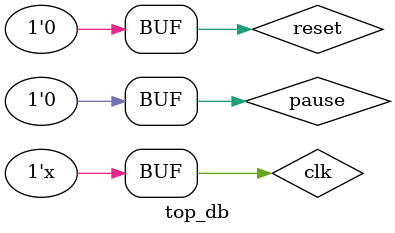
<source format=v>
`timescale 1ns / 1ps


module top_db;

	// Inputs
	reg clk;
	reg reset;
	reg pause;
	reg [1:0] SEL;
	reg ADJ;

	// Outputs
	wire [7:0] segCode;
	wire [3:0] an;
	wire [2:0] red;
	wire [2:0] green;
	wire [1:0] blue;
	wire hsync;
	wire vsync;

	// Instantiate the Unit Under Test (UUT)
	top_fsm uut (
		.clk(clk), 
		.reset(reset), 
		.pause(pause),  
		.segCode(segCode), 
		.an(an), 
		.red(red), 
		.green(green), 
		.blue(blue), 
		.hsync(hsync), 
		.vsync(vsync)
	);

	initial begin
		// Initialize Inputs
		clk = 0;
		reset = 0;
		pause = 0;
		// Wait 100 ns for global reset to finish
		#100;
		reset = 1;
		#100;
		reset = 0;
        
		// Add stimulus here

	end
      
always #5 clk= ~clk;
endmodule


</source>
